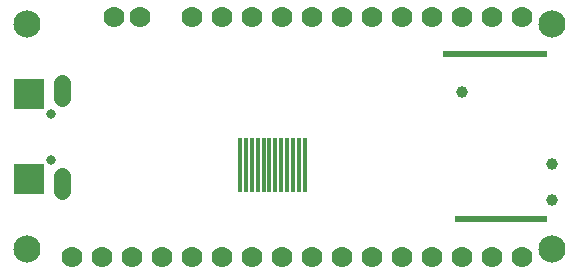
<source format=gbr>
G04 EAGLE Gerber RS-274X export*
G75*
%MOMM*%
%FSLAX34Y34*%
%LPD*%
%INSoldermask Bottom*%
%IPPOS*%
%AMOC8*
5,1,8,0,0,1.08239X$1,22.5*%
G01*
%ADD10C,2.301600*%
%ADD11R,8.763000X0.508000*%
%ADD12R,7.874000X0.508000*%
%ADD13C,1.778000*%
%ADD14C,1.409600*%
%ADD15R,2.514600X2.514600*%
%ADD16C,0.801600*%
%ADD17C,1.001600*%
%ADD18R,0.381000X4.601600*%


D10*
X463550Y19050D03*
X463550Y209550D03*
D11*
X415290Y184150D03*
D12*
X419735Y44450D03*
D10*
X19050Y19050D03*
X19050Y209550D03*
D13*
X438150Y12700D03*
X412750Y12700D03*
X387350Y12700D03*
X361950Y12700D03*
X336550Y12700D03*
X311150Y12700D03*
X285750Y12700D03*
X260350Y12700D03*
X234950Y12700D03*
X209550Y12700D03*
X184150Y12700D03*
X158750Y12700D03*
X133350Y12700D03*
X107950Y12700D03*
X82550Y12700D03*
X57150Y12700D03*
X158750Y215900D03*
X184150Y215900D03*
X209550Y215900D03*
X234950Y215900D03*
X260350Y215900D03*
X285750Y215900D03*
X311150Y215900D03*
X336550Y215900D03*
X361950Y215900D03*
X387350Y215900D03*
X412750Y215900D03*
X438150Y215900D03*
D14*
X48370Y160380D02*
X48370Y147300D01*
X48370Y81300D02*
X48370Y68220D01*
D15*
X20370Y150300D03*
X20370Y78300D03*
D16*
X39370Y133800D03*
X39370Y94800D03*
D17*
X387350Y152400D03*
D18*
X254000Y90231D03*
X249000Y90231D03*
X244000Y90231D03*
X239000Y90231D03*
X234000Y90231D03*
X229000Y90231D03*
X224000Y90231D03*
X219000Y90231D03*
X214000Y90231D03*
X209000Y90231D03*
X204000Y90231D03*
X199000Y90231D03*
D17*
X463550Y91200D03*
X463550Y61200D03*
D13*
X92710Y215900D03*
X114300Y215900D03*
M02*

</source>
